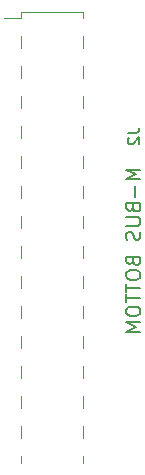
<source format=gbo>
G04 #@! TF.GenerationSoftware,KiCad,Pcbnew,(5.1.8-0-10_14)*
G04 #@! TF.CreationDate,2021-04-05T23:51:01+09:00*
G04 #@! TF.ProjectId,M5_template,4d355f74-656d-4706-9c61-74652e6b6963,ver 0.1*
G04 #@! TF.SameCoordinates,Original*
G04 #@! TF.FileFunction,Legend,Bot*
G04 #@! TF.FilePolarity,Positive*
%FSLAX46Y46*%
G04 Gerber Fmt 4.6, Leading zero omitted, Abs format (unit mm)*
G04 Created by KiCad (PCBNEW (5.1.8-0-10_14)) date 2021-04-05 23:51:01*
%MOMM*%
%LPD*%
G01*
G04 APERTURE LIST*
%ADD10C,0.200000*%
%ADD11C,0.120000*%
%ADD12C,0.150000*%
%ADD13C,1.000000*%
%ADD14C,3.200000*%
%ADD15C,2.200000*%
%ADD16R,3.150000X1.000000*%
G04 APERTURE END LIST*
D10*
X117496857Y-102266857D02*
X116296857Y-102266857D01*
X117154000Y-102666857D01*
X116296857Y-103066857D01*
X117496857Y-103066857D01*
X117039714Y-103638285D02*
X117039714Y-104552571D01*
X116868285Y-105524000D02*
X116925428Y-105695428D01*
X116982571Y-105752571D01*
X117096857Y-105809714D01*
X117268285Y-105809714D01*
X117382571Y-105752571D01*
X117439714Y-105695428D01*
X117496857Y-105581142D01*
X117496857Y-105124000D01*
X116296857Y-105124000D01*
X116296857Y-105524000D01*
X116354000Y-105638285D01*
X116411142Y-105695428D01*
X116525428Y-105752571D01*
X116639714Y-105752571D01*
X116754000Y-105695428D01*
X116811142Y-105638285D01*
X116868285Y-105524000D01*
X116868285Y-105124000D01*
X116296857Y-106324000D02*
X117268285Y-106324000D01*
X117382571Y-106381142D01*
X117439714Y-106438285D01*
X117496857Y-106552571D01*
X117496857Y-106781142D01*
X117439714Y-106895428D01*
X117382571Y-106952571D01*
X117268285Y-107009714D01*
X116296857Y-107009714D01*
X117439714Y-107524000D02*
X117496857Y-107695428D01*
X117496857Y-107981142D01*
X117439714Y-108095428D01*
X117382571Y-108152571D01*
X117268285Y-108209714D01*
X117154000Y-108209714D01*
X117039714Y-108152571D01*
X116982571Y-108095428D01*
X116925428Y-107981142D01*
X116868285Y-107752571D01*
X116811142Y-107638285D01*
X116754000Y-107581142D01*
X116639714Y-107524000D01*
X116525428Y-107524000D01*
X116411142Y-107581142D01*
X116354000Y-107638285D01*
X116296857Y-107752571D01*
X116296857Y-108038285D01*
X116354000Y-108209714D01*
X116868285Y-110038285D02*
X116925428Y-110209714D01*
X116982571Y-110266857D01*
X117096857Y-110324000D01*
X117268285Y-110324000D01*
X117382571Y-110266857D01*
X117439714Y-110209714D01*
X117496857Y-110095428D01*
X117496857Y-109638285D01*
X116296857Y-109638285D01*
X116296857Y-110038285D01*
X116354000Y-110152571D01*
X116411142Y-110209714D01*
X116525428Y-110266857D01*
X116639714Y-110266857D01*
X116754000Y-110209714D01*
X116811142Y-110152571D01*
X116868285Y-110038285D01*
X116868285Y-109638285D01*
X116296857Y-111066857D02*
X116296857Y-111295428D01*
X116354000Y-111409714D01*
X116468285Y-111524000D01*
X116696857Y-111581142D01*
X117096857Y-111581142D01*
X117325428Y-111524000D01*
X117439714Y-111409714D01*
X117496857Y-111295428D01*
X117496857Y-111066857D01*
X117439714Y-110952571D01*
X117325428Y-110838285D01*
X117096857Y-110781142D01*
X116696857Y-110781142D01*
X116468285Y-110838285D01*
X116354000Y-110952571D01*
X116296857Y-111066857D01*
X116296857Y-111924000D02*
X116296857Y-112609714D01*
X117496857Y-112266857D02*
X116296857Y-112266857D01*
X116296857Y-112838285D02*
X116296857Y-113524000D01*
X117496857Y-113181142D02*
X116296857Y-113181142D01*
X116296857Y-114152571D02*
X116296857Y-114381142D01*
X116354000Y-114495428D01*
X116468285Y-114609714D01*
X116696857Y-114666857D01*
X117096857Y-114666857D01*
X117325428Y-114609714D01*
X117439714Y-114495428D01*
X117496857Y-114381142D01*
X117496857Y-114152571D01*
X117439714Y-114038285D01*
X117325428Y-113924000D01*
X117096857Y-113866857D01*
X116696857Y-113866857D01*
X116468285Y-113924000D01*
X116354000Y-114038285D01*
X116296857Y-114152571D01*
X117496857Y-115181142D02*
X116296857Y-115181142D01*
X117154000Y-115581142D01*
X116296857Y-115981142D01*
X117496857Y-115981142D01*
D11*
X112600000Y-124000000D02*
X112600000Y-125020000D01*
X107400000Y-124000000D02*
X107400000Y-125020000D01*
X112600000Y-121460000D02*
X112600000Y-122480000D01*
X107400000Y-121460000D02*
X107400000Y-122480000D01*
X112600000Y-118920000D02*
X112600000Y-119940000D01*
X107400000Y-118920000D02*
X107400000Y-119940000D01*
X112600000Y-116380000D02*
X112600000Y-117400000D01*
X107400000Y-116380000D02*
X107400000Y-117400000D01*
X112600000Y-113840000D02*
X112600000Y-114860000D01*
X107400000Y-113840000D02*
X107400000Y-114860000D01*
X112600000Y-111300000D02*
X112600000Y-112320000D01*
X107400000Y-111300000D02*
X107400000Y-112320000D01*
X112600000Y-108760000D02*
X112600000Y-109780000D01*
X107400000Y-108760000D02*
X107400000Y-109780000D01*
X112600000Y-106220000D02*
X112600000Y-107240000D01*
X107400000Y-106220000D02*
X107400000Y-107240000D01*
X112600000Y-103680000D02*
X112600000Y-104700000D01*
X107400000Y-103680000D02*
X107400000Y-104700000D01*
X112600000Y-101140000D02*
X112600000Y-102160000D01*
X107400000Y-101140000D02*
X107400000Y-102160000D01*
X112600000Y-98600000D02*
X112600000Y-99620000D01*
X107400000Y-98600000D02*
X107400000Y-99620000D01*
X112600000Y-96060000D02*
X112600000Y-97080000D01*
X107400000Y-96060000D02*
X107400000Y-97080000D01*
X112600000Y-93520000D02*
X112600000Y-94540000D01*
X107400000Y-93520000D02*
X107400000Y-94540000D01*
X112600000Y-90980000D02*
X112600000Y-92000000D01*
X107400000Y-90980000D02*
X107400000Y-92000000D01*
X112600000Y-126540000D02*
X112600000Y-127110000D01*
X107400000Y-126540000D02*
X107400000Y-127110000D01*
X112600000Y-88890000D02*
X112600000Y-89460000D01*
X107400000Y-89460000D02*
X107400000Y-88890000D01*
X105960000Y-89460000D02*
X107400000Y-89460000D01*
X107400000Y-88890000D02*
X112600000Y-88890000D01*
X107400000Y-88890000D02*
X112600000Y-88890000D01*
D12*
X116406380Y-99138666D02*
X117120666Y-99138666D01*
X117263523Y-99091047D01*
X117358761Y-98995809D01*
X117406380Y-98852952D01*
X117406380Y-98757714D01*
X116501619Y-99567238D02*
X116454000Y-99614857D01*
X116406380Y-99710095D01*
X116406380Y-99948190D01*
X116454000Y-100043428D01*
X116501619Y-100091047D01*
X116596857Y-100138666D01*
X116692095Y-100138666D01*
X116834952Y-100091047D01*
X117406380Y-99519619D01*
X117406380Y-100138666D01*
%LPC*%
D13*
X110000000Y-121970000D03*
X110000000Y-124510000D03*
X110000000Y-94030000D03*
X110000000Y-91490000D03*
D14*
X107000000Y-130000000D03*
X107000000Y-86000000D03*
X151000000Y-86000000D03*
X151000000Y-130000000D03*
D15*
X111000000Y-130000000D03*
X111000000Y-86000000D03*
X147000000Y-86000000D03*
X147000000Y-130000000D03*
D16*
X107475000Y-90220000D03*
X112555000Y-90220000D03*
X107475000Y-92760000D03*
X112555000Y-92760000D03*
X107475000Y-95300000D03*
X112555000Y-95300000D03*
X107475000Y-97840000D03*
X112555000Y-97840000D03*
X107475000Y-100380000D03*
X112555000Y-100380000D03*
X107475000Y-102920000D03*
X112555000Y-102920000D03*
X107475000Y-105460000D03*
X112555000Y-105460000D03*
X107475000Y-108000000D03*
X112555000Y-108000000D03*
X107475000Y-110540000D03*
X112555000Y-110540000D03*
X107475000Y-113080000D03*
X112555000Y-113080000D03*
X107475000Y-115620000D03*
X112555000Y-115620000D03*
X107475000Y-118160000D03*
X112555000Y-118160000D03*
X107475000Y-120700000D03*
X112555000Y-120700000D03*
X107475000Y-123240000D03*
X112555000Y-123240000D03*
X107475000Y-125780000D03*
X112555000Y-125780000D03*
M02*

</source>
